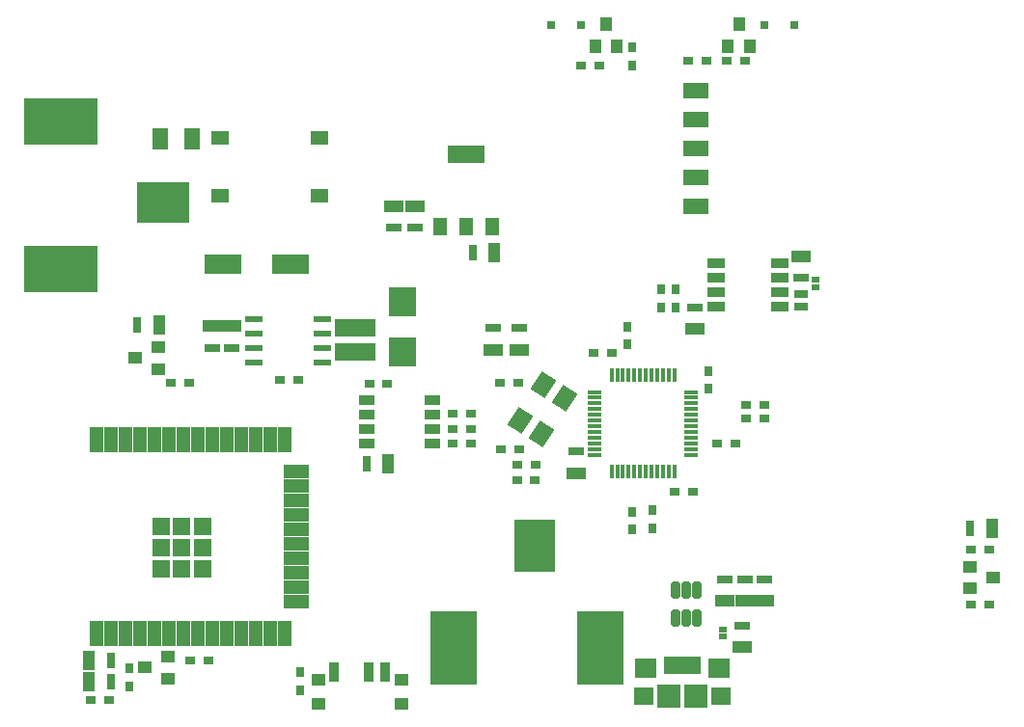
<source format=gtp>
G04*
G04 #@! TF.GenerationSoftware,Altium Limited,Altium Designer,24.2.2 (26)*
G04*
G04 Layer_Color=8421504*
%FSLAX25Y25*%
%MOIN*%
G70*
G04*
G04 #@! TF.SameCoordinates,F296BD43-7A1A-4B5F-AFD2-8FBC70BB071E*
G04*
G04*
G04 #@! TF.FilePolarity,Positive*
G04*
G01*
G75*
%ADD24R,0.03150X0.05512*%
%ADD25R,0.04150X0.06512*%
%ADD26R,0.03800X0.03100*%
%ADD27R,0.04543X0.04150*%
%ADD28R,0.12811X0.06906*%
%ADD29R,0.06118X0.03559*%
%ADD30R,0.05512X0.03150*%
%ADD31R,0.06512X0.04150*%
G04:AMPARAMS|DCode=32|XSize=72.99mil|YSize=59.21mil|CornerRadius=0mil|HoleSize=0mil|Usage=FLASHONLY|Rotation=237.000|XOffset=0mil|YOffset=0mil|HoleType=Round|Shape=Rectangle|*
%AMROTATEDRECTD32*
4,1,4,-0.00495,0.04673,0.04471,0.01448,0.00495,-0.04673,-0.04471,-0.01448,-0.00495,0.04673,0.0*
%
%ADD32ROTATEDRECTD32*%

%ADD33R,0.02969X0.02575*%
%ADD34R,0.04150X0.04543*%
%ADD35R,0.01181X0.04724*%
%ADD36R,0.04724X0.01181*%
%ADD37R,0.06236X0.06236*%
%ADD38R,0.04543X0.08874*%
%ADD39R,0.08874X0.04543*%
%ADD40R,0.03100X0.03800*%
G04:AMPARAMS|DCode=41|XSize=57.64mil|YSize=33.23mil|CornerRadius=7.9mil|HoleSize=0mil|Usage=FLASHONLY|Rotation=270.000|XOffset=0mil|YOffset=0mil|HoleType=Round|Shape=RoundedRectangle|*
%AMROUNDEDRECTD41*
21,1,0.05764,0.01742,0,0,270.0*
21,1,0.04183,0.03323,0,0,270.0*
1,1,0.01581,-0.00871,-0.02092*
1,1,0.01581,-0.00871,0.02092*
1,1,0.01581,0.00871,0.02092*
1,1,0.01581,0.00871,-0.02092*
%
%ADD41ROUNDEDRECTD41*%
%ADD42R,0.04937X0.02969*%
%ADD43R,0.03087X0.02142*%
%ADD44R,0.08480X0.08480*%
%ADD45R,0.07299X0.06512*%
%ADD46R,0.06709X0.06118*%
%ADD47R,0.02575X0.06315*%
%ADD48R,0.16354X0.25410*%
%ADD49R,0.13992X0.18323*%
%ADD50R,0.03756X0.06906*%
%ADD51R,0.04937X0.04150*%
%ADD52R,0.04724X0.06299*%
%ADD53R,0.12992X0.06299*%
%ADD54R,0.05724X0.03559*%
%ADD55R,0.14386X0.06118*%
%ADD56R,0.09465X0.09858*%
%ADD57R,0.06102X0.04724*%
%ADD58R,0.05906X0.01968*%
%ADD59R,0.08874X0.05331*%
%ADD60R,0.25410X0.16354*%
%ADD61R,0.18323X0.13992*%
%ADD62R,0.05724X0.07299*%
D24*
X334869Y65674D02*
D03*
X126379Y88074D02*
D03*
X38079Y12604D02*
D03*
Y19904D02*
D03*
X163079Y161134D02*
D03*
X47239Y136074D02*
D03*
D25*
X342350Y65674D02*
D03*
X133859Y88074D02*
D03*
X30598Y12604D02*
D03*
Y19904D02*
D03*
X170559Y161134D02*
D03*
X54719Y136074D02*
D03*
D26*
X335109Y58424D02*
D03*
X341409D02*
D03*
X341418Y39424D02*
D03*
X335118D02*
D03*
X127329Y115674D02*
D03*
X133629D02*
D03*
X156089Y105252D02*
D03*
X162389D02*
D03*
X178329Y82374D02*
D03*
X184629D02*
D03*
X178379Y87574D02*
D03*
X184679D02*
D03*
X156089Y100134D02*
D03*
X162389D02*
D03*
X156089Y95016D02*
D03*
X162389D02*
D03*
X172929Y93074D02*
D03*
X179229D02*
D03*
X172479Y115974D02*
D03*
X178779D02*
D03*
X211129Y126474D02*
D03*
X204829D02*
D03*
X257629Y103591D02*
D03*
X263929D02*
D03*
X257629Y108315D02*
D03*
X263929D02*
D03*
X247579Y95174D02*
D03*
X253879D02*
D03*
X239029Y78274D02*
D03*
X232729D02*
D03*
X237440Y227304D02*
D03*
X243740D02*
D03*
X250929Y227274D02*
D03*
X257229D02*
D03*
X37469Y6234D02*
D03*
X31169D02*
D03*
X96429Y117174D02*
D03*
X102729D02*
D03*
X65229Y115874D02*
D03*
X58929D02*
D03*
X71929Y19954D02*
D03*
X65629D02*
D03*
X200429Y225574D02*
D03*
X206729D02*
D03*
D27*
X334872Y52414D02*
D03*
Y44934D02*
D03*
X342746Y48674D02*
D03*
X57706Y13844D02*
D03*
Y21324D02*
D03*
X49832Y17584D02*
D03*
X54416Y120834D02*
D03*
Y128314D02*
D03*
X46542Y124574D02*
D03*
D28*
X76668Y157174D02*
D03*
X100290D02*
D03*
D29*
X269302Y142274D02*
D03*
Y147274D02*
D03*
Y152274D02*
D03*
Y157274D02*
D03*
X247255D02*
D03*
Y152274D02*
D03*
Y147274D02*
D03*
Y142274D02*
D03*
D30*
X256179Y32114D02*
D03*
X198829Y92214D02*
D03*
X170279Y134914D02*
D03*
X239879Y142014D02*
D03*
X276379Y152274D02*
D03*
X263856Y48057D02*
D03*
X257164D02*
D03*
X250077D02*
D03*
X73086Y128074D02*
D03*
X79779Y128074D02*
D03*
X143096Y169634D02*
D03*
X135679D02*
D03*
X179110Y134914D02*
D03*
D31*
X256179Y24634D02*
D03*
X198829Y84734D02*
D03*
X170279Y127434D02*
D03*
X239879Y134534D02*
D03*
X276379Y159754D02*
D03*
X263856Y40576D02*
D03*
X257164D02*
D03*
X250077D02*
D03*
X73086Y135554D02*
D03*
X79779Y135554D02*
D03*
X143096Y177114D02*
D03*
X135679D02*
D03*
X179110Y127434D02*
D03*
D32*
X186902Y98328D02*
D03*
X194835Y110545D02*
D03*
X187571Y115262D02*
D03*
X179638Y103045D02*
D03*
D33*
X274167Y239803D02*
D03*
X263931D02*
D03*
X190236Y239803D02*
D03*
X200472D02*
D03*
D34*
X255019Y240091D02*
D03*
X258759Y232217D02*
D03*
X251279D02*
D03*
X205369D02*
D03*
X212849D02*
D03*
X209109Y240091D02*
D03*
D35*
X211042Y118746D02*
D03*
X213011D02*
D03*
X214979D02*
D03*
X216948D02*
D03*
X218916D02*
D03*
X220884D02*
D03*
X222853D02*
D03*
X224821D02*
D03*
X226790D02*
D03*
X228759D02*
D03*
X230727D02*
D03*
X232696D02*
D03*
Y85282D02*
D03*
X230727D02*
D03*
X228759D02*
D03*
X226790D02*
D03*
X224821D02*
D03*
X222853D02*
D03*
X220884D02*
D03*
X218916D02*
D03*
X216948D02*
D03*
X214979D02*
D03*
X213011D02*
D03*
X211042D02*
D03*
D36*
X238601Y112841D02*
D03*
Y110872D02*
D03*
Y108904D02*
D03*
Y106935D02*
D03*
Y104967D02*
D03*
Y102998D02*
D03*
Y101030D02*
D03*
Y99061D02*
D03*
Y97093D02*
D03*
Y95124D02*
D03*
Y93156D02*
D03*
Y91187D02*
D03*
X205136D02*
D03*
Y93156D02*
D03*
Y95124D02*
D03*
Y97093D02*
D03*
Y99061D02*
D03*
Y101030D02*
D03*
Y102998D02*
D03*
Y104967D02*
D03*
Y106935D02*
D03*
Y108904D02*
D03*
Y110872D02*
D03*
Y112841D02*
D03*
D37*
X69828Y66211D02*
D03*
X55379D02*
D03*
X62603D02*
D03*
X55379Y51762D02*
D03*
Y58986D02*
D03*
X62603Y51762D02*
D03*
Y58986D02*
D03*
X69828D02*
D03*
Y51762D02*
D03*
D38*
X33076Y96388D02*
D03*
X38076D02*
D03*
X43076D02*
D03*
X48076D02*
D03*
X53076D02*
D03*
X58076D02*
D03*
X63076D02*
D03*
X68076D02*
D03*
X73076D02*
D03*
X78076D02*
D03*
X83076D02*
D03*
X88076D02*
D03*
X93076D02*
D03*
X98076D02*
D03*
Y29459D02*
D03*
X93076D02*
D03*
X88076D02*
D03*
X83076D02*
D03*
X78076D02*
D03*
X73076D02*
D03*
X68076D02*
D03*
X63076D02*
D03*
X58076D02*
D03*
X53076D02*
D03*
X48076D02*
D03*
X43076D02*
D03*
X38076D02*
D03*
X33076D02*
D03*
D39*
X102013Y85423D02*
D03*
Y80423D02*
D03*
Y75423D02*
D03*
Y70423D02*
D03*
Y65423D02*
D03*
Y60423D02*
D03*
Y55423D02*
D03*
Y50423D02*
D03*
Y45423D02*
D03*
Y40423D02*
D03*
D40*
X216579Y135524D02*
D03*
Y129224D02*
D03*
X228179Y142124D02*
D03*
Y148424D02*
D03*
X233179D02*
D03*
Y142124D02*
D03*
X244579Y113874D02*
D03*
Y120174D02*
D03*
X225079Y72024D02*
D03*
Y65724D02*
D03*
X218079Y71524D02*
D03*
Y65224D02*
D03*
X103379Y9724D02*
D03*
Y16024D02*
D03*
X218109Y231964D02*
D03*
Y225664D02*
D03*
X44369Y17384D02*
D03*
Y11084D02*
D03*
D41*
X233020Y44465D02*
D03*
X240500D02*
D03*
X236760D02*
D03*
X233020Y34583D02*
D03*
X236760D02*
D03*
X240500D02*
D03*
D42*
X276379Y142509D02*
D03*
Y146839D02*
D03*
D43*
X281579Y149094D02*
D03*
Y151654D02*
D03*
X249579Y28295D02*
D03*
Y30854D02*
D03*
D44*
X240203Y7708D02*
D03*
X230754D02*
D03*
D45*
X248077Y17354D02*
D03*
X222880D02*
D03*
D46*
X248963Y7708D02*
D03*
X221994D02*
D03*
D47*
X240597Y18240D02*
D03*
X238038D02*
D03*
X235479D02*
D03*
X232920D02*
D03*
X230361D02*
D03*
D48*
X156485Y24518D02*
D03*
X207272D02*
D03*
D49*
X184438Y59754D02*
D03*
D50*
X115241Y16114D02*
D03*
X127051D02*
D03*
X132957D02*
D03*
D51*
X109729Y13358D02*
D03*
Y5090D02*
D03*
X138469Y13358D02*
D03*
Y5090D02*
D03*
D52*
X151758Y169879D02*
D03*
X169868D02*
D03*
X160813D02*
D03*
D53*
Y195076D02*
D03*
D54*
X126339Y95034D02*
D03*
Y100034D02*
D03*
Y105034D02*
D03*
Y110034D02*
D03*
X149173D02*
D03*
Y105034D02*
D03*
Y100034D02*
D03*
Y95034D02*
D03*
D55*
X122579Y126606D02*
D03*
Y134874D02*
D03*
D56*
X138839Y126603D02*
D03*
Y143925D02*
D03*
D57*
X110197Y200640D02*
D03*
X75787D02*
D03*
X110197Y180541D02*
D03*
X75787D02*
D03*
D58*
X87368Y123074D02*
D03*
Y128074D02*
D03*
Y133074D02*
D03*
Y138074D02*
D03*
X110990D02*
D03*
Y133074D02*
D03*
Y128074D02*
D03*
Y123074D02*
D03*
D59*
X240236Y216890D02*
D03*
Y206890D02*
D03*
Y196890D02*
D03*
Y186890D02*
D03*
Y176890D02*
D03*
D60*
X20941Y206268D02*
D03*
Y155480D02*
D03*
D61*
X56177Y178315D02*
D03*
D62*
X55067Y200374D02*
D03*
X66091D02*
D03*
M02*

</source>
